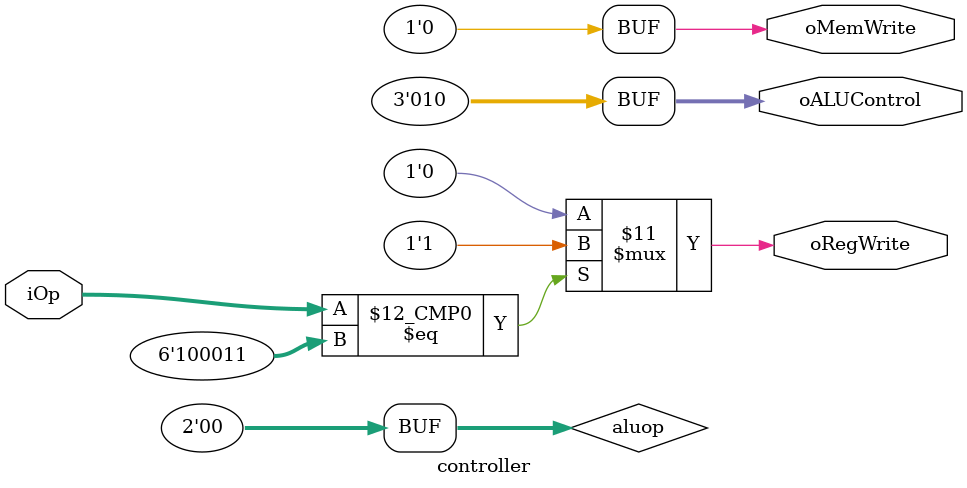
<source format=sv>
module controller(
  input logic [5:0] iOp,
  output logic oRegWrite,
  output logic oMemWrite,
  output logic [2:0] oALUControl
);
  logic [1:0] aluop;
  
  always_comb
    case(iOp)
      6'b100011: begin
        oRegWrite = 1'b1;
        oMemWrite = 1'b0;
        aluop = 2'b00;
      end
      default: begin
        oRegWrite = 1'b0;
        oMemWrite = 1'b0;
        aluop = 2'b00;
      end
    endcase
  
  always_comb
    case(aluop)
      2'b00: oALUControl = 3'b010;
      default: oALUControl = 3'b000;
    endcase
endmodule
 
  
</source>
